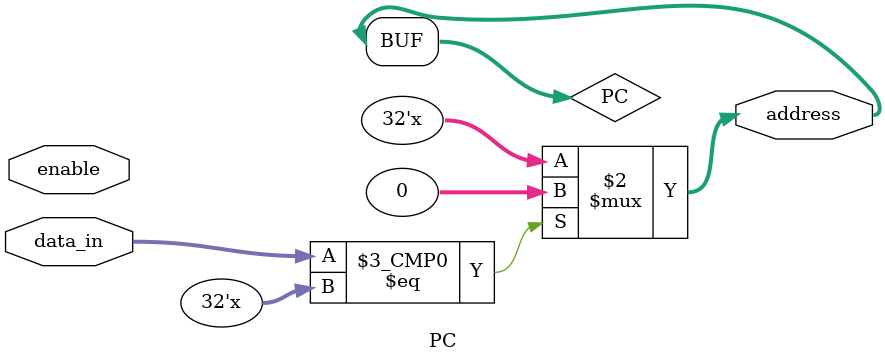
<source format=v>
/*
	This code is the PC implementation.
*/

module PC(enable, data_in, address);
	//enable input
	input enable;
	input[31:0] data_in;
	
	//Saves the PC address
	reg[31:0] PC;
	
	//Sends the PC addres
	output[31:0] address;
	assign address = PC;

	always @ (*) begin
		case(data_in)
			32'bxx: PC = 0;
			default: begin
				if(enable)
					PC = data_in;
			end
		endcase
	end
	
endmodule
</source>
